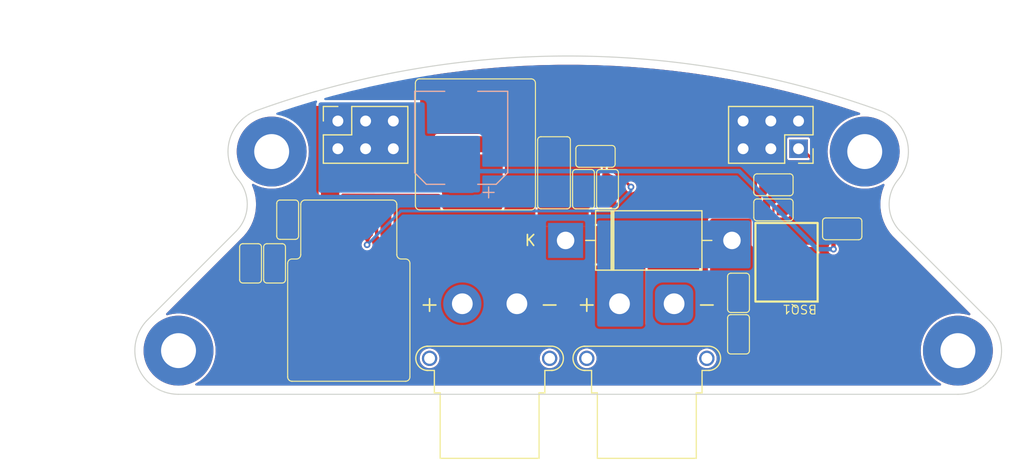
<source format=kicad_pcb>
(kicad_pcb (version 20240108) (generator "pcbnew") (generator_version "8.0")
  (layers (0 "F.Cu" signal) (31 "B.Cu" signal) (34 "B.Paste" user) (35 "F.Paste" user) (36 "B.SilkS" user "B.Silkscreen") (37 "F.SilkS" user "F.Silkscreen") (38 "B.Mask" user) (39 "F.Mask" user) (44 "Edge.Cuts" user))
  (net 0 "")
  (net 1 "+12V")
  (net 2 "GND")
  (net 3 "+48V")
  (net 4 "Net-(BC4-Pad1)")
  (net 5 "Net-(BD1-A)")
  (net 6 "Net-(BIC1-COMP)")
  (net 7 "Net-(BIC1-FDBK)")
  (net 8 "Net-(BSC2-Pad1)")
  (net 9 "Net-(BSD1-A)")
  (net 10 "Net-(BSQ1-G)")
  (net 11 "Net-(BSU1-OUTH)")
  (net 12 "Net-(BSU1-OUTL)")
  (net 13 "/Sol")
  (footprint "MountingHole:MountingHole_3.2mm_M3_Pad" (layer "F.Cu") (at 172.878175 112.87767)
    (property "Reference" "H4" (hide yes))
    (property "Value" "MountingHole")
    (pad "1" thru_hole circle (at 0 0) (size 6.4 6.4) (drill 3.2) (layers "*.Cu" "*.Mask"))
  )
  (footprint "Diode_THT:D_DO-201AD_P15.24mm_Horizontal" (layer "F.Cu") (at 136.940978 102.783123)
    (property "Reference" "BSD1" (hide yes))
    (property "Value" "1N5401")
    (fp_line (start 1.839999 0) (end 2.75 0) (stroke (width 0.12)) (layer "F.SilkS"))
    (fp_line (start 2.75 -2.72) (end 2.75 2.72) (stroke (width 0.12)) (layer "F.SilkS"))
    (fp_line (start 2.75 2.72) (end 12.49 2.72) (stroke (width 0.12)) (layer "F.SilkS"))
    (fp_line (start 4.175 -2.72) (end 4.175 2.72) (stroke (width 0.12)) (layer "F.SilkS"))
    (fp_line (start 4.295 -2.72) (end 4.295 2.72) (stroke (width 0.12)) (layer "F.SilkS"))
    (fp_line (start 4.415 -2.72) (end 4.415 2.72) (stroke (width 0.12)) (layer "F.SilkS"))
    (fp_line (start 12.49 -2.72) (end 2.75 -2.72) (stroke (width 0.12)) (layer "F.SilkS"))
    (fp_line (start 12.49 2.72) (end 12.49 -2.72) (stroke (width 0.12)) (layer "F.SilkS"))
    (fp_line (start 13.4 0) (end 12.49 0) (stroke (width 0.12)) (layer "F.SilkS"))
    (fp_text user "K" (at -3.235 0 0) (layer "F.SilkS"))
    (pad "1" thru_hole rect (at 0 0) (size 3.2 3.2) (drill 1.6) (layers "*.Cu" "*.Mask") (net 3 "+48V"))
    (pad "2" thru_hole oval (at 15.24 0) (size 3.2 3.2) (drill 1.6) (layers "*.Cu" "*.Mask") (net 9 "Net-(BSD1-A)"))
  )
  (footprint "Library:cap0603" (layer "F.Cu") (at 138.580978 98.083123 90)
    (property "Reference" "BC3" (hide yes))
    (property "Value" "0u1" (hide yes))
    (fp_line (start -1.5 -1) (end 1.5 -1) (stroke (width 0.1)) (layer "F.SilkS"))
    (fp_line (start 1.8 -0.7) (end 1.8 0.7) (stroke (width 0.1)) (layer "F.SilkS"))
    (fp_line (start -1.8 0.7) (end -1.8 -0.7) (stroke (width 0.1)) (layer "F.SilkS"))
    (fp_line (start -1.5 1) (end 1.5 1) (stroke (width 0.1)) (layer "F.SilkS"))
    (fp_arc (start 1.5 -1) (mid 1.712132 -0.912132) (end 1.8 -0.7) (stroke (width 0.1)) (layer "F.SilkS"))
    (fp_arc (start -1.8 -0.7) (mid -1.712132 -0.912132) (end -1.5 -1) (stroke (width 0.1)) (layer "F.SilkS"))
    (fp_arc (start 1.8 0.7) (mid 1.712132 0.912132) (end 1.5 1) (stroke (width 0.1)) (layer "F.SilkS"))
    (fp_arc (start -1.5 1) (mid -1.712132 0.912132) (end -1.8 0.7) (stroke (width 0.1)) (layer "F.SilkS"))
    (pad "1" smd roundrect (at -0.799999 0 90) (size 1 1) (layers "F.Cu" "F.Paste" "F.Mask") (roundrect_rratio 0.1) (net 3 "+48V"))
    (pad "2" smd roundrect (at 0.799999 0 90) (size 1 1) (layers "F.Cu" "F.Paste" "F.Mask") (roundrect_rratio 0.1) (net 2 "GND"))
  )
  (footprint "Library:res0603" (layer "F.Cu") (at 152.780978 107.583123 -90)
    (property "Reference" "BSR1" (hide yes))
    (property "Value" "20R")
    (fp_line (start -1.5 1) (end 1.5 1) (stroke (width 0.1)) (layer "F.SilkS"))
    (fp_line (start -1.8 0.7) (end -1.8 -0.7) (stroke (width 0.1)) (layer "F.SilkS"))
    (fp_line (start 1.8 -0.7) (end 1.8 0.7) (stroke (width 0.1)) (layer "F.SilkS"))
    (fp_line (start -1.5 -1) (end 1.5 -1) (stroke (width 0.1)) (layer "F.SilkS"))
    (fp_arc (start -1.5 1) (mid -1.712132 0.912132) (end -1.8 0.7) (stroke (width 0.1)) (layer "F.SilkS"))
    (fp_arc (start 1.8 0.7) (mid 1.712132 0.912132) (end 1.5 1) (stroke (width 0.1)) (layer "F.SilkS"))
    (fp_arc (start -1.8 -0.7) (mid -1.712132 -0.912132) (end -1.5 -1) (stroke (width 0.1)) (layer "F.SilkS"))
    (fp_arc (start 1.5 -1) (mid 1.712132 -0.912132) (end 1.8 -0.7) (stroke (width 0.1)) (layer "F.SilkS"))
    (pad "1" smd roundrect (at -0.799999 0 270) (size 1 1) (layers "F.Cu" "F.Paste" "F.Mask") (roundrect_rratio 0.1) (net 9 "Net-(BSD1-A)"))
    (pad "2" smd roundrect (at 0.799999 0 270) (size 1 1) (layers "F.Cu" "F.Paste" "F.Mask") (roundrect_rratio 0.1) (net 8 "Net-(BSC2-Pad1)"))
  )
  (footprint "Library:res0603" (layer "F.Cu") (at 110.280978 104.883123 -90)
    (property "Reference" "BR2" (hide yes))
    (property "Value" "2k94")
    (fp_line (start -1.5 1) (end 1.5 1) (stroke (width 0.1)) (layer "F.SilkS"))
    (fp_line (start -1.8 0.7) (end -1.8 -0.7) (stroke (width 0.1)) (layer "F.SilkS"))
    (fp_line (start 1.8 -0.7) (end 1.8 0.7) (stroke (width 0.1)) (layer "F.SilkS"))
    (fp_line (start -1.5 -1) (end 1.5 -1) (stroke (width 0.1)) (layer "F.SilkS"))
    (fp_arc (start -1.5 1) (mid -1.712132 0.912132) (end -1.8 0.7) (stroke (width 0.1)) (layer "F.SilkS"))
    (fp_arc (start 1.8 0.7) (mid 1.712132 0.912132) (end 1.5 1) (stroke (width 0.1)) (layer "F.SilkS"))
    (fp_arc (start -1.8 -0.7) (mid -1.712132 -0.912132) (end -1.5 -1) (stroke (width 0.1)) (layer "F.SilkS"))
    (fp_arc (start 1.5 -1) (mid 1.712132 -0.912132) (end 1.8 -0.7) (stroke (width 0.1)) (layer "F.SilkS"))
    (pad "1" smd roundrect (at -0.799999 0 270) (size 1 1) (layers "F.Cu" "F.Paste" "F.Mask") (roundrect_rratio 0.1) (net 6 "Net-(BIC1-COMP)"))
    (pad "2" smd roundrect (at 0.799999 0 270) (size 1 1) (layers "F.Cu" "F.Paste" "F.Mask") (roundrect_rratio 0.1) (net 4 "Net-(BC4-Pad1)"))
  )
  (footprint "Library:res0603" (layer "F.Cu") (at 162.280979 101.719793)
    (property "Reference" "BSC1" (hide yes))
    (property "Value" "0.1u")
    (fp_line (start -1.8 0.7) (end -1.8 -0.7) (stroke (width 0.1)) (layer "F.SilkS"))
    (fp_line (start -1.5 -1) (end 1.5 -1) (stroke (width 0.1)) (layer "F.SilkS"))
    (fp_line (start -1.5 1) (end 1.5 1) (stroke (width 0.1)) (layer "F.SilkS"))
    (fp_line (start 1.8 -0.7) (end 1.8 0.7) (stroke (width 0.1)) (layer "F.SilkS"))
    (fp_arc (start -1.8 -0.7) (mid -1.712132 -0.912132) (end -1.5 -1) (stroke (width 0.1)) (layer "F.SilkS"))
    (fp_arc (start -1.5 1) (mid -1.712132 0.912132) (end -1.8 0.7) (stroke (width 0.1)) (layer "F.SilkS"))
    (fp_arc (start 1.5 -1) (mid 1.712132 -0.912132) (end 1.8 -0.7) (stroke (width 0.1)) (layer "F.SilkS"))
    (fp_arc (start 1.8 0.7) (mid 1.712132 0.912132) (end 1.5 1) (stroke (width 0.1)) (layer "F.SilkS"))
    (pad "1" smd roundrect (at -0.799999 0) (size 1 1) (layers "F.Cu" "F.Paste" "F.Mask") (roundrect_rratio 0.1) (net 1 "+12V"))
    (pad "2" smd roundrect (at 0.799999 0) (size 1 1) (layers "F.Cu" "F.Paste" "F.Mask") (roundrect_rratio 0.1) (net 2 "GND"))
  )
  (footprint "Library:res0603" (layer "F.Cu") (at 155.980977 97.683123 180)
    (property "Reference" "BSR3" (hide yes))
    (property "Value" "100")
    (fp_line (start 1.8 -0.7) (end 1.8 0.7) (stroke (width 0.1)) (layer "F.SilkS"))
    (fp_line (start -1.5 1) (end 1.5 1) (stroke (width 0.1)) (layer "F.SilkS"))
    (fp_line (start -1.5 -1) (end 1.5 -1) (stroke (width 0.1)) (layer "F.SilkS"))
    (fp_line (start -1.8 0.7) (end -1.8 -0.7) (stroke (width 0.1)) (layer "F.SilkS"))
    (fp_arc (start 1.8 0.7) (mid 1.712132 0.912132) (end 1.5 1) (stroke (width 0.1)) (layer "F.SilkS"))
    (fp_arc (start 1.5 -1) (mid 1.712132 -0.912132) (end 1.8 -0.7) (stroke (width 0.1)) (layer "F.SilkS"))
    (fp_arc (start -1.5 1) (mid -1.712132 0.912132) (end -1.8 0.7) (stroke (width 0.1)) (layer "F.SilkS"))
    (fp_arc (start -1.8 -0.7) (mid -1.712132 -0.912132) (end -1.5 -1) (stroke (width 0.1)) (layer "F.SilkS"))
    (pad "1" smd roundrect (at -0.799999 0 180) (size 1 1) (layers "F.Cu" "F.Paste" "F.Mask") (roundrect_rratio 0.1) (net 12 "Net-(BSU1-OUTL)"))
    (pad "2" smd roundrect (at 0.799999 0 180) (size 1 1) (layers "F.Cu" "F.Paste" "F.Mask") (roundrect_rratio 0.1) (net 10 "Net-(BSQ1-G)"))
  )
  (footprint "Library:res0603" (layer "F.Cu") (at 139.680978 95.083123 180)
    (property "Reference" "BR3" (hide yes))
    (property "Value" "1K5")
    (fp_line (start 1.8 -0.7) (end 1.8 0.7) (stroke (width 0.1)) (layer "F.SilkS"))
    (fp_line (start -1.5 1) (end 1.5 1) (stroke (width 0.1)) (layer "F.SilkS"))
    (fp_line (start -1.5 -1) (end 1.5 -1) (stroke (width 0.1)) (layer "F.SilkS"))
    (fp_line (start -1.8 0.7) (end -1.8 -0.7) (stroke (width 0.1)) (layer "F.SilkS"))
    (fp_arc (start 1.8 0.7) (mid 1.712132 0.912132) (end 1.5 1) (stroke (width 0.1)) (layer "F.SilkS"))
    (fp_arc (start 1.5 -1) (mid 1.712132 -0.912132) (end 1.8 -0.7) (stroke (width 0.1)) (layer "F.SilkS"))
    (fp_arc (start -1.5 1) (mid -1.712132 0.912132) (end -1.8 0.7) (stroke (width 0.1)) (layer "F.SilkS"))
    (fp_arc (start -1.8 -0.7) (mid -1.712132 -0.912132) (end -1.5 -1) (stroke (width 0.1)) (layer "F.SilkS"))
    (pad "1" smd roundrect (at -0.799999 0 180) (size 1 1) (layers "F.Cu" "F.Paste" "F.Mask") (roundrect_rratio 0.1) (net 7 "Net-(BIC1-FDBK)"))
    (pad "2" smd roundrect (at 0.799999 0 180) (size 1 1) (layers "F.Cu" "F.Paste" "F.Mask") (roundrect_rratio 0.1) (net 2 "GND"))
  )
  (footprint "MountingHole:MountingHole_3.2mm_M3_Pad" (layer "F.Cu") (at 110.01714 94.641476)
    (property "Reference" "H1" (hide yes))
    (property "Value" "MountingHole" (hide yes))
    (pad "1" thru_hole circle (at 0 0) (size 6.4 6.4) (drill 3.2) (layers "*.Cu" "*.Mask"))
  )
  (footprint "Library:res0603" (layer "F.Cu") (at 140.780978 98.083123 90)
    (property "Reference" "BR1" (hide yes))
    (property "Value" "57K")
    (fp_line (start -1.5 -1) (end 1.5 -1) (stroke (width 0.1)) (layer "F.SilkS"))
    (fp_line (start 1.8 -0.7) (end 1.8 0.7) (stroke (width 0.1)) (layer "F.SilkS"))
    (fp_line (start -1.8 0.7) (end -1.8 -0.7) (stroke (width 0.1)) (layer "F.SilkS"))
    (fp_line (start -1.5 1) (end 1.5 1) (stroke (width 0.1)) (layer "F.SilkS"))
    (fp_arc (start 1.5 -1) (mid 1.712132 -0.912132) (end 1.8 -0.7) (stroke (width 0.1)) (layer "F.SilkS"))
    (fp_arc (start -1.8 -0.7) (mid -1.712132 -0.912132) (end -1.5 -1) (stroke (width 0.1)) (layer "F.SilkS"))
    (fp_arc (start 1.8 0.7) (mid 1.712132 0.912132) (end 1.5 1) (stroke (width 0.1)) (layer "F.SilkS"))
    (fp_arc (start -1.5 1) (mid -1.712132 0.912132) (end -1.8 0.7) (stroke (width 0.1)) (layer "F.SilkS"))
    (pad "1" smd roundrect (at -0.799999 0 90) (size 1 1) (layers "F.Cu" "F.Paste" "F.Mask") (roundrect_rratio 0.1) (net 3 "+48V"))
    (pad "2" smd roundrect (at 0.799999 0 90) (size 1 1) (layers "F.Cu" "F.Paste" "F.Mask") (roundrect_rratio 0.1) (net 7 "Net-(BIC1-FDBK)"))
  )
  (footprint "MountingHole:MountingHole_3.2mm_M3_Pad" (layer "F.Cu") (at 101.483781 112.87767)
    (property "Reference" "H3" (hide yes))
    (property "Value" "MountingHole")
    (pad "1" thru_hole circle (at 0 0) (size 6.4 6.4) (drill 3.2) (layers "*.Cu" "*.Mask"))
  )
  (footprint "Library:SON50P200X200X100-9N" (layer "F.Cu") (at 160.380978 98.783123 -90)
    (property "Reference" "BSU1" (hide yes))
    (property "Value" "NCP81074AMNTBG" (hide yes))
    (pad "1" smd rect (at -1 -0.75) (size 0.3 0.75) (layers "F.Cu" "F.Paste" "F.Mask") (net 13 "/Sol"))
    (pad "2" smd rect (at -1 -0.25) (size 0.3 0.75) (layers "F.Cu" "F.Paste" "F.Mask") (net 2 "GND"))
    (pad "3" smd rect (at -1 0.25) (size 0.3 0.75) (layers "F.Cu" "F.Paste" "F.Mask") (net 2 "GND"))
    (pad "4" smd rect (at -1 0.75) (size 0.3 0.75) (layers "F.Cu" "F.Paste" "F.Mask") (net 12 "Net-(BSU1-OUTL)"))
    (pad "5" smd rect (at 1 0.75) (size 0.3 0.75) (layers "F.Cu" "F.Paste" "F.Mask") (net 11 "Net-(BSU1-OUTH)"))
    (pad "6" smd rect (at 1 0.25) (size 0.3 0.75) (layers "F.Cu" "F.Paste" "F.Mask") (net 1 "+12V"))
    (pad "7" smd rect (at 1 -0.25) (size 0.3 0.75) (layers "F.Cu" "F.Paste" "F.Mask") (net 1 "+12V"))
    (pad "8" smd rect (at 1 -0.75) (size 0.3 0.75) (layers "F.Cu" "F.Paste" "F.Mask") (net 2 "GND"))
    (pad "9" smd rect (at 0 0 270) (size 0.9 1.3) (layers "F.Cu" "F.Paste" "F.Mask") (net 2 "GND"))
  )
  (footprint "Library:res0603" (layer "F.Cu") (at 155.980977 99.983123 180)
    (property "Reference" "BSR2" (hide yes))
    (property "Value" "100")
    (fp_line (start 1.8 -0.7) (end 1.8 0.7) (stroke (width 0.1)) (layer "F.SilkS"))
    (fp_line (start -1.5 1) (end 1.5 1) (stroke (width 0.1)) (layer "F.SilkS"))
    (fp_line (start -1.5 -1) (end 1.5 -1) (stroke (width 0.1)) (layer "F.SilkS"))
    (fp_line (start -1.8 0.7) (end -1.8 -0.7) (stroke (width 0.1)) (layer "F.SilkS"))
    (fp_arc (start 1.8 0.7) (mid 1.712132 0.912132) (end 1.5 1) (stroke (width 0.1)) (layer "F.SilkS"))
    (fp_arc (start 1.5 -1) (mid 1.712132 -0.912132) (end 1.8 -0.7) (stroke (width 0.1)) (layer "F.SilkS"))
    (fp_arc (start -1.5 1) (mid -1.712132 0.912132) (end -1.8 0.7) (stroke (width 0.1)) (layer "F.SilkS"))
    (fp_arc (start -1.8 -0.7) (mid -1.712132 -0.912132) (end -1.5 -1) (stroke (width 0.1)) (layer "F.SilkS"))
    (pad "1" smd roundrect (at -0.799999 0 180) (size 1 1) (layers "F.Cu" "F.Paste" "F.Mask") (roundrect_rratio 0.1) (net 11 "Net-(BSU1-OUTH)"))
    (pad "2" smd roundrect (at 0.799999 0 180) (size 1 1) (layers "F.Cu" "F.Paste" "F.Mask") (roundrect_rratio 0.1) (net 10 "Net-(BSQ1-G)"))
  )
  (footprint "Library:cap0603" (layer "F.Cu") (at 152.780978 111.383123 -90)
    (property "Reference" "BSC2" (hide yes))
    (property "Value" "1n5" (hide yes))
    (fp_line (start -1.5 1) (end 1.5 1) (stroke (width 0.1)) (layer "F.SilkS"))
    (fp_line (start -1.8 0.7) (end -1.8 -0.7) (stroke (width 0.1)) (layer "F.SilkS"))
    (fp_line (start 1.8 -0.7) (end 1.8 0.7) (stroke (width 0.1)) (layer "F.SilkS"))
    (fp_line (start -1.5 -1) (end 1.5 -1) (stroke (width 0.1)) (layer "F.SilkS"))
    (fp_arc (start -1.5 1) (mid -1.712132 0.912132) (end -1.8 0.7) (stroke (width 0.1)) (layer "F.SilkS"))
    (fp_arc (start 1.8 0.7) (mid 1.712132 0.912132) (end 1.5 1) (stroke (width 0.1)) (layer "F.SilkS"))
    (fp_arc (start -1.8 -0.7) (mid -1.712132 -0.912132) (end -1.5 -1) (stroke (width 0.1)) (layer "F.SilkS"))
    (fp_arc (start 1.5 -1) (mid 1.712132 -0.912132) (end 1.8 -0.7) (stroke (width 0.1)) (layer "F.SilkS"))
    (pad "1" smd roundrect (at -0.799999 0 270) (size 1 1) (layers "F.Cu" "F.Paste" "F.Mask") (roundrect_rratio 0.1) (net 8 "Net-(BSC2-Pad1)"))
    (pad "2" smd roundrect (at 0.799999 0 270) (size 1 1) (layers "F.Cu" "F.Paste" "F.Mask") (roundrect_rratio 0.1) (net 2 "GND"))
  )
  (footprint "Connector_PinSocket_2.54mm:PinSocket_2x03_P2.54mm_Vertical" (layer "F.Cu") (at 116.080978 91.843123 90)
    (property "Reference" "J1" (hide yes))
    (property "Value" "Conn_02x03_Counter_Clockwise")
    (fp_line (start 1.33 -1.33) (end 1.33 0) (stroke (width 0.12)) (layer "F.SilkS"))
    (fp_line (start 0 -1.33) (end 1.33 -1.33) (stroke (width 0.12)) (layer "F.SilkS"))
    (fp_line (start -1.27 -1.33) (end -1.27 1.27) (stroke (width 0.12)) (layer "F.SilkS"))
    (fp_line (start -3.87 -1.33) (end -1.27 -1.33) (stroke (width 0.12)) (layer "F.SilkS"))
    (fp_line (start -3.87 -1.33) (end -3.87 6.41) (stroke (width 0.12)) (layer "F.SilkS"))
    (fp_line (start 1.33 1.27) (end 1.33 6.41) (stroke (width 0.12)) (layer "F.SilkS"))
    (fp_line (start -1.27 1.27) (end 1.33 1.27) (stroke (width 0.12)) (layer "F.SilkS"))
    (fp_line (start -3.87 6.41) (end 1.33 6.41) (stroke (width 0.12)) (layer "F.SilkS"))
    (pad "1" thru_hole rect (at 0 0 90) (size 1.7 1.7) (drill 1) (layers "*.Cu" "*.Mask") (net 1 "+12V"))
    (pad "2" thru_hole oval (at -2.54 0 90) (size 1.7 1.7) (drill 1) (layers "*.Cu" "*.Mask") (net 1 "+12V"))
    (pad "3" thru_hole oval (at 0 2.54 90) (size 1.7 1.7) (drill 1) (layers "*.Cu" "*.Mask") (net 1 "+12V"))
    (pad "4" thru_hole oval (at -2.54 2.54 90) (size 1.7 1.7) (drill 1) (layers "*.Cu" "*.Mask") (net 1 "+12V"))
    (pad "5" thru_hole oval (at 0 5.08 90) (size 1.7 1.7) (drill 1) (layers "*.Cu" "*.Mask") (net 1 "+12V"))
    (pad "6" thru_hole oval (at -2.54 5.08 90) (size 1.7 1.7) (drill 1) (layers "*.Cu" "*.Mask") (net 1 "+12V"))
  )
  (footprint "Library:SMA (DO-214AC)" (layer "F.Cu") (at 135.880978 96.583123 90)
    (property "Reference" "BD1" (hide yes))
    (property "Value" "SS510" (hide yes))
    (fp_line (start 3 -1.5) (end -3 -1.5) (stroke (width 0.1)) (layer "F.SilkS"))
    (fp_line (start -3.3 -1.2) (end -3.3 1.2) (stroke (width 0.1)) (layer "F.SilkS"))
    (fp_line (start 3.3 1.2) (end 3.3 -1.2) (stroke (width 0.1)) (layer "F.SilkS"))
    (fp_line (start -3 1.5) (end 3 1.5) (stroke (width 0.1)) (layer "F.SilkS"))
    (fp_arc (start 3 -1.5) (mid 3.212132 -1.412132) (end 3.3 -1.2) (stroke (width 0.1)) (layer "F.SilkS"))
    (fp_arc (start -3.3 -1.2) (mid -3.212132 -1.412132) (end -3 -1.5) (stroke (width 0.1)) (layer "F.SilkS"))
    (fp_arc (start 3.3 1.2) (mid 3.212132 1.412132) (end 3 1.5) (stroke (width 0.1)) (layer "F.SilkS"))
    (fp_arc (start -3 1.5) (mid -3.212132 1.412132) (end -3.3 1.2) (stroke (width 0.1)) (layer "F.SilkS"))
    (pad "1" smd roundrect (at -2 0 180) (size 1.5 2) (layers "F.Cu" "F.Paste" "F.Mask") (roundrect_rratio 0.1) (net 3 "+48V"))
    (pad "2" smd roundrect (at 2 0 180) (size 1.5 2) (layers "F.Cu" "F.Paste" "F.Mask") (roundrect_rratio 0.1) (net 5 "Net-(BD1-A)"))
  )
  (footprint "Library:8-DFN (5x6)" (layer "F.Cu") (at 157.180978 104.783123 180)
    (property "Reference" "BSQ1" (at -1.2 -4.3 180) (layer "F.SilkS") (effects (font (size 0.8 0.8) (thickness 0.1))))
    (property "Value" "ISC011N06LM5ATMA1")
    (fp_poly (pts (xy -2.85 -3.6) (xy -2.85 3.6) (xy 2.85 3.6) (xy 2.85 -3.6)) (stroke (width 0.2)) (fill none) (layer "F.SilkS"))
    (pad "1" smd roundrect (at -1.875 2.675 270) (size 1.27 0.61) (layers "F.Cu" "F.Paste" "F.Mask") (roundrect_rratio 0.1) (net 2 "GND"))
    (pad "2" smd roundrect (at -0.605 2.675 270) (size 1.27 0.61) (layers "F.Cu" "F.Paste" "F.Mask") (roundrect_rratio 0.1) (net 2 "GND"))
    (pad "3" smd roundrect (at 0.665 2.675001 270) (size 1.27 0.61) (layers "F.Cu" "F.Paste" "F.Mask") (roundrect_rratio 0.1) (net 2 "GND"))
    (pad "4" smd roundrect (at 1.935 2.675 270) (size 1.27 0.61) (layers "F.Cu" "F.Paste" "F.Mask") (roundrect_rratio 0.1) (net 10 "Net-(BSQ1-G)"))
    (pad "5" smd roundrect (at 1.935 -3.3 90) (size 1.27 0.61) (drill (offset 0.635 0)) (layers "F.Cu" "F.Paste" "F.Mask") (roundrect_rratio 0.1) (net 9 "Net-(BSD1-A)"))
    (pad "6" smd roundrect (at 0.665 -3.299999 90) (size 1.27 0.61) (drill (offset 0.635 0)) (layers "F.Cu" "F.Paste" "F.Mask") (roundrect_rratio 0.1) (net 9 "Net-(BSD1-A)"))
    (pad "7" smd roundrect (at -0.605 -3.3 90) (size 1.27 0.61) (drill (offset 0.635 0)) (layers "F.Cu" "F.Paste" "F.Mask") (roundrect_rratio 0.1) (net 9 "Net-(BSD1-A)"))
    (pad "8" smd roundrect (at -1.875 -3.3 90) (size 1.27 0.61) (drill (offset 0.635 0)) (layers "F.Cu" "F.Paste" "F.Mask") (roundrect_rratio 0.1) (net 9 "Net-(BSD1-A)"))
    (pad "9" smd roundrect (at 0 -0.6 180) (size 3.75 3.91) (layers "F.Cu" "F.Paste" "F.Mask") (roundrect_rratio 0.05) (net 9 "Net-(BSD1-A)"))
  )
  (footprint "Library:1040 One Piece Inductor" (layer "F.Cu") (at 128.680978 93.983123 -90)
    (property "Reference" "BL1" (hide yes))
    (property "Value" "68uH" (hide yes))
    (fp_line (start 5.599999 5.499999) (end -5.599999 5.499999) (stroke (width 0.1)) (layer "F.SilkS"))
    (fp_line (start -5.999999 5.099999) (end -5.999999 -5.099999) (stroke (width 0.1)) (layer "F.SilkS"))
    (fp_line (start 5.999999 5.099999) (end 5.999999 -5.099999) (stroke (width 0.1)) (layer "F.SilkS"))
    (fp_line (start -5.599999 -5.499999) (end 5.599999 -5.499999) (stroke (width 0.1)) (layer "F.SilkS"))
    (fp_arc (start -5.599999 5.499999) (mid -5.882842 5.382842) (end -5.999999 5.099999) (stroke (width 0.1)) (layer "F.SilkS"))
    (fp_arc (start 5.999999 5.099999) (mid 5.882842 5.382842) (end 5.599999 5.499999) (stroke (width 0.1)) (layer "F.SilkS"))
    (fp_arc (start -5.999999 -5.099999) (mid -5.882843 -5.382843) (end -5.599999 -5.499999) (stroke (width 0.1)) (layer "F.SilkS"))
    (fp_arc (start 5.599999 -5.499999) (mid 5.882842 -5.382842) (end 5.999999 -5.099999) (stroke (width 0.1)) (layer "F.SilkS"))
    (pad "1" smd roundrect (at -4 0 270) (size 3 4) (layers "F.Cu" "F.Paste" "F.Mask") (roundrect_rratio 0.1) (net 1 "+12V"))
    (pad "2" smd roundrect (at 4 0 270) (size 3 4) (layers "F.Cu" "F.Paste" "F.Mask") (roundrect_rratio 0.1) (net 5 "Net-(BD1-A)"))
  )
  (footprint "Connector_PinSocket_2.54mm:PinSocket_2x03_P2.54mm_Vertical" (layer "F.Cu") (at 158.280978 94.383123 -90)
    (property "Reference" "J2" (hide yes))
    (property "Value" "Conn_02x03_Counter_Clockwise")
    (fp_line (start -3.87 6.41) (end 1.33 6.41) (stroke (width 0.12)) (layer "F.SilkS"))
    (fp_line (start -1.27 1.27) (end 1.33 1.27) (stroke (width 0.12)) (layer "F.SilkS"))
    (fp_line (start 1.33 1.27) (end 1.33 6.41) (stroke (width 0.12)) (layer "F.SilkS"))
    (fp_line (start -3.87 -1.33) (end -3.87 6.41) (stroke (width 0.12)) (layer "F.SilkS"))
    (fp_line (start -3.87 -1.33) (end -1.27 -1.33) (stroke (width 0.12)) (layer "F.SilkS"))
    (fp_line (start -1.27 -1.33) (end -1.27 1.27) (stroke (width 0.12)) (layer "F.SilkS"))
    (fp_line (start 0 -1.33) (end 1.33 -1.33) (stroke (width 0.12)) (layer "F.SilkS"))
    (fp_line (start 1.33 -1.33) (end 1.33 0) (stroke (width 0.12)) (layer "F.SilkS"))
    (pad "1" thru_hole rect (at 0 0 270) (size 1.7 1.7) (drill 1) (layers "*.Cu" "*.Mask") (net 13 "/Sol"))
    (pad "2" thru_hole oval (at -2.54 0 270) (size 1.7 1.7) (drill 1) (layers "*.Cu" "*.Mask") (net 2 "GND"))
    (pad "3" thru_hole oval (at 0 2.54 270) (size 1.7 1.7) (drill 1) (layers "*.Cu" "*.Mask") (net 2 "GND"))
    (pad "4" thru_hole oval (at -2.54 2.54 270) (size 1.7 1.7) (drill 1) (layers "*.Cu" "*.Mask") (net 2 "GND"))
    (pad "5" thru_hole oval (at 0 5.08 270) (size 1.7 1.7) (drill 1) (layers "*.Cu" "*.Mask") (net 2 "GND"))
    (pad "6" thru_hole oval (at -2.54 5.08 270) (size 1.7 1.7) (drill 1) (layers "*.Cu" "*.Mask") (net 2 "GND"))
  )
  (footprint "Library:cap0603" (layer "F.Cu") (at 108.080978 104.883123 90)
    (property "Reference" "BC4" (hide yes))
    (property "Value" "1u" (hide yes))
    (fp_line (start -1.5 -1) (end 1.5 -1) (stroke (width 0.1)) (layer "F.SilkS"))
    (fp_line (start 1.8 -0.7) (end 1.8 0.7) (stroke (width 0.1)) (layer "F.SilkS"))
    (fp_line (start -1.8 0.7) (end -1.8 -0.7) (stroke (width 0.1)) (layer "F.SilkS"))
    (fp_line (start -1.5 1) (end 1.5 1) (stroke (width 0.1)) (layer "F.SilkS"))
    (fp_arc (start 1.5 -1) (mid 1.712132 -0.912132) (end 1.8 -0.7) (stroke (width 0.1)) (layer "F.SilkS"))
    (fp_arc (start -1.8 -0.7) (mid -1.712132 -0.912132) (end -1.5 -1) (stroke (width 0.1)) (layer "F.SilkS"))
    (fp_arc (start 1.8 0.7) (mid 1.712132 0.912132) (end 1.5 1) (stroke (width 0.1)) (layer "F.SilkS"))
    (fp_arc (start -1.5 1) (mid -1.712132 0.912132) (end -1.8 0.7) (stroke (width 0.1)) (layer "F.SilkS"))
    (pad "1" smd roundrect (at -0.799999 0 90) (size 1 1) (layers "F.Cu" "F.Paste" "F.Mask") (roundrect_rratio 0.1) (net 4 "Net-(BC4-Pad1)"))
    (pad "2" smd roundrect (at 0.799999 0 90) (size 1 1) (layers "F.Cu" "F.Paste" "F.Mask") (roundrect_rratio 0.1) (net 2 "GND"))
  )
  (footprint "Library:AMASS_XT30PW-F_1x02_P2.50mm_Horizontal" (layer "F.Cu") (at 132.480978 108.583123 180)
    (property "Reference" "BJ1" (hide yes))
    (property "Value" "XT30")
    (fp_line (start 7.56 -6.11) (end 8.26 -6.11) (stroke (width 0.12)) (layer "F.SilkS"))
    (fp_line (start 7.56 -8.16) (end 7.56 -6.11) (stroke (width 0.12)) (layer "F.SilkS"))
    (fp_line (start 7.03 -8.16) (end 7.56 -8.16) (stroke (width 0.12)) (layer "F.SilkS"))
    (fp_line (start 7.03 -14.16) (end 7.03 -8.16) (stroke (width 0.12)) (layer "F.SilkS"))
    (fp_line (start -2.03 -14.16) (end 7 -14.16) (stroke (width 0.12)) (layer "F.SilkS"))
    (fp_line (start -2.03 -14.16) (end -2.03 -8.16) (stroke (width 0.12)) (layer "F.SilkS"))
    (fp_line (start -2.56 -8.16) (end -2.03 -8.16) (stroke (width 0.12)) (layer "F.SilkS"))
    (fp_line (start -2.56 -8.16) (end -2.56 -6.11) (stroke (width 0.12)) (layer "F.SilkS"))
    (fp_line (start -3.26 -3.89) (end 8.26 -3.89) (stroke (width 0.12)) (layer "F.SilkS"))
    (fp_line (start -3.26 -6.11) (end -2.56 -6.11) (stroke (width 0.12)) (layer "F.SilkS"))
    (fp_arc (start 8.15 -6.11) (mid 9.26 -5) (end 8.15 -3.89) (stroke (width 0.12)) (layer "F.SilkS"))
    (fp_arc (start -3.321729 -3.903365) (mid -4.256653 -5.086124) (end -3.15 -6.11) (stroke (width 0.12)) (layer "F.SilkS"))
    (fp_text user "-" (at -3 0 0) (layer "F.SilkS") (effects (font (size 1.5 1.5))))
    (fp_text user "+" (at 8 0 0) (layer "F.SilkS") (effects (font (size 1.5 1.5))))
    (pad "" thru_hole circle (at -3 -5 270) (size 1.4 1.4) (drill 1) (layers "*.Cu" "*.Mask"))
    (pad "" thru_hole circle (at 8 -5 180) (size 1.4 1.4) (drill 1) (layers "*.Cu" "*.Mask"))
    (pad "1" thru_hole roundrect (at 0 0 180) (size 3.5 3.5) (drill 1.9) (layers "*.Cu" "*.Mask") (roundrect_rratio 0.22) (net 2 "GND"))
    (pad "2" thru_hole circle (at 5 0 180) (size 3.5 3.5) (drill 1.9) (layers "*.Cu" "*.Mask") (net 3 "+48V"))
  )
  (footprint "Library:cap0603" (layer "F.Cu") (at 111.480978 100.883123 -90)
    (property "Reference" "BC1" (hide yes))
    (property "Value" "0u1" (hide yes))
    (fp_line (start -1.5 1) (end 1.5 1) (stroke (width 0.1)) (layer "F.SilkS"))
    (fp_line (start -1.8 0.7) (end -1.8 -0.7) (stroke (width 0.1)) (layer "F.SilkS"))
    (fp_line (start 1.8 -0.7) (end 1.8 0.7) (stroke (width 0.1)) (layer "F.SilkS"))
    (fp_line (start -1.5 -1) (end 1.5 -1) (stroke (width 0.1)) (layer "F.SilkS"))
    (fp_arc (start -1.5 1) (mid -1.712132 0.912132) (end -1.8 0.7) (stroke (width 0.1)) (layer "F.SilkS"))
    (fp_arc (start 1.8 0.7) (mid 1.712132 0.912132) (end 1.5 1) (stroke (width 0.1)) (layer "F.SilkS"))
    (fp_arc (start -1.8 -0.7) (mid -1.712132 -0.912132) (end -1.5 -1) (stroke (width 0.1)) (layer "F.SilkS"))
    (fp_arc (start 1.5 -1) (mid 1.712132 -0.912132) (end 1.8 -0.7) (stroke (width 0.1)) (layer "F.SilkS"))
    (pad "1" smd roundrect (at -0.799999 0 270) (size 1 1) (layers "F.Cu" "F.Paste" "F.Mask") (roundrect_rratio 0.1) (net 1 "+12V"))
    (pad "2" smd roundrect (at 0.799999 0 270) (size 1 1) (layers "F.Cu" "F.Paste" "F.Mask") (roundrect_rratio 0.1) (net 2 "GND"))
  )
  (footprint "Library:AMASS_XT30PW-F_1x02_P2.50mm_Horizontal" (layer "F.Cu") (at 146.880978 108.583123 180)
    (property "Reference" "BSJ1" (hide yes))
    (property "Value" "XT30")
    (fp_line (start 7.56 -6.11) (end 8.26 -6.11) (stroke (width 0.12)) (layer "F.SilkS"))
    (fp_line (start 7.56 -8.16) (end 7.56 -6.11) (stroke (width 0.12)) (layer "F.SilkS"))
    (fp_line (start 7.03 -8.16) (end 7.56 -8.16) (stroke (width 0.12)) (layer "F.SilkS"))
    (fp_line (start 7.03 -14.16) (end 7.03 -8.16) (stroke (width 0.12)) (layer "F.SilkS"))
    (fp_line (start -2.03 -14.16) (end 7 -14.16) (stroke (width 0.12)) (layer "F.SilkS"))
    (fp_line (start -2.03 -14.16) (end -2.03 -8.16) (stroke (width 0.12)) (layer "F.SilkS"))
    (fp_line (start -2.56 -8.16) (end -2.03 -8.16) (stroke (width 0.12)) (layer "F.SilkS"))
    (fp_line (start -2.56 -8.16) (end -2.56 -6.11) (stroke (width 0.12)) (layer "F.SilkS"))
    (fp_line (start -3.26 -3.89) (end 8.26 -3.89) (stroke (width 0.12)) (layer "F.SilkS"))
    (fp_line (start -3.26 -6.11) (end -2.56 -6.11) (stroke (width 0.12)) (layer "F.SilkS"))
    (fp_arc (start 8.15 -6.11) (mid 9.26 -5) (end 8.15 -3.89) (stroke (width 0.12)) (layer "F.SilkS"))
    (fp_arc (start -3.321729 -3.903365) (mid -4.256653 -5.086124) (end -3.15 -6.11) (stroke (width 0.12)) (layer "F.SilkS"))
    (fp_text user "+" (at 8 0 0) (layer "F.SilkS") (effects (font (size 1.5 1.5))))
    (fp_text user "-" (at -3 0 0) (layer "F.SilkS") (effects (font (size 1.5 1.5))))
    (pad "" thru_hole circle (at -3 -5 270) (size 1.4 1.4) (drill 1) (layers "*.Cu" "*.Mask"))
    (pad "" thru_hole circle (at 8 -5 180) (size 1.4 1.4) (drill 1) (layers "*.Cu" "*.Mask"))
    (pad "1" thru_hole roundrect (at 0 0 180) (size 3.5 3.5) (drill 1.9) (layers "*.Cu" "*.Mask") (roundrect_rratio 0.22) (net 3 "+48V"))
    (pad "2" thru_hole circle (at 5 0 180) (size 3.5 3.5) (drill 1.9) (layers "*.Cu" "*.Mask") (net 9 "Net-(BSD1-A)"))
  )
  (footprint "MountingHole:MountingHole_3.2mm_M3_Pad" (layer "F.Cu") (at 164.344816 94.641476)
    (property "Reference" "H2" (hide yes))
    (property "Value" "MountingHole")
    (pad "1" thru_hole circle (at 0 0) (size 6.4 6.4) (drill 3.2) (layers "*.Cu" "*.Mask"))
  )
  (footprint "Library:TO170P1435X465-6N" (layer "F.Cu") (at 117.080978 104.083123 -90)
    (property "Reference" "BIC1" (hide yes))
    (property "Value" "LM2587S-ADJ" (hide yes))
    (fp_line (start 11.199999 5.599999) (end 0.799999 5.6) (stroke (width 0.1)) (layer "F.SilkS"))
    (fp_line (start 0.399998 4.800002) (end 0.4 5.2) (stroke (width 0.1)) (layer "F.SilkS"))
    (fp_line (start -4.599999 4.4) (end -0.000002 4.400002) (stroke (width 0.1)) (layer "F.SilkS"))
    (fp_line (start -4.999999 -3.999999) (end -4.999999 3.999999) (stroke (width 0.1)) (layer "F.SilkS"))
    (fp_line (start -0.000002 -4.400001) (end -4.599999 -4.4) (stroke (width 0.1)) (layer "F.SilkS"))
    (fp_line (start 0.399998 -4.800001) (end 0.4 -5.199999) (stroke (width 0.1)) (layer "F.SilkS"))
    (fp_line (start 11.599999 -5.2) (end 11.599999 5.2) (stroke (width 0.1)) (layer "F.SilkS"))
    (fp_line (start 0.8 -5.599999) (end 11.199999 -5.599999) (stroke (width 0.1)) (layer "F.SilkS"))
    (fp_arc (start 0.799999 5.6) (mid 0.517157 5.482842) (end 0.4 5.2) (stroke (width 0.1)) (layer "F.SilkS"))
    (fp_arc (start 11.599999 5.2) (mid 11.482842 5.482842) (end 11.199999 5.599999) (stroke (width 0.1)) (layer "F.SilkS"))
    (fp_arc (start -0.000002 4.400002) (mid 0.282841 4.517159) (end 0.399998 4.800002) (stroke (width 0.1)) (layer "F.SilkS"))
    (fp_arc (start -4.599999 4.4) (mid -4.882843 4.282843) (end -4.999999 3.999999) (stroke (width 0.1)) (layer "F.SilkS"))
    (fp_arc (start -4.999999 -3.999999) (mid -4.882842 -4.282842) (end -4.599999 -4.4) (stroke (width 0.1)) (layer "F.SilkS"))
    (fp_arc (start 0.399998 -4.800001) (mid 0.282841 -4.517158) (end -0.000002 -4.400001) (stroke (width 0.1)) (layer "F.SilkS"))
    (fp_arc (start 0.4 -5.199999) (mid 0.517157 -5.482842) (end 0.8 -5.599999) (stroke (width 0.1)) (layer "F.SilkS"))
    (fp_arc (start 11.199999 -5.599999) (mid 11.482842 -5.482842) (end 11.599999 -5.2) (stroke (width 0.1)) (layer "F.SilkS"))
    (pad "1" smd roundrect (at -3.1 -3.4) (size 1 2.8) (layers "F.Cu" "F.Paste" "F.Mask") (roundrect_rratio 0.1) (net 6 "Net-(BIC1-COMP)"))
    (pad "2" smd roundrect (at -3.1 -1.700001) (size 1 2.8) (layers "F.Cu" "F.Paste" "F.Mask") (roundrect_rratio 0.1) (net 7 "Net-(BIC1-FDBK)"))
    (pad "3" smd roundrect (at -3.1 0) (size 1 2.8) (layers "F.Cu" "F.Paste" "F.Mask") (roundrect_rratio 0.1) (net 2 "GND"))
    (pad "4" smd roundrect (at -3.1 1.712499) (size 1 2.8) (layers "F.Cu" "F.Paste" "F.Mask") (roundrect_rratio 0.1) (net 5 "Net-(BD1-A)"))
    (pad "5" smd roundrect (at -3.1 3.4) (size 1 2.8) (layers "F.Cu" "F.Paste" "F.Mask") (roundrect_rratio 0.1) (net 1 "+12V"))
    (pad "6" smd roundrect (at 6.5 0) (size 10.2 9.2) (layers "F.Cu" "F.Paste" "F.Mask") (roundrect_rratio 0.05) (net 2 "GND"))
  )
  (footprint "Capacitor_SMD:CP_Elec_8x6.5" (layer "B.Cu") (at 127.380978 93.383123 90)
    (property "Reference" "BC2" (hide yes))
    (property "Value" "100u")
    (fp_line (start 4.26 -4.26) (end -3.195563 -4.26) (stroke (width 0.12)) (layer "B.SilkS"))
    (fp_line (start -3.195563 -4.26) (end -4.26 -3.195563) (stroke (width 0.12)) (layer "B.SilkS"))
    (fp_line (start 4.26 -1.51) (end 4.26 -4.26) (stroke (width 0.12)) (layer "B.SilkS"))
    (fp_line (start -4.26 -1.51) (end -4.26 -3.195563) (stroke (width 0.12)) (layer "B.SilkS"))
    (fp_line (start 4.26 1.51) (end 4.26 4.26) (stroke (width 0.12)) (layer "B.SilkS"))
    (fp_line (start -4.26 1.51) (end -4.26 3.195563) (stroke (width 0.12)) (layer "B.SilkS"))
    (fp_line (start -5 2.010001) (end -4.999999 3.01) (stroke (width 0.12)) (layer "B.SilkS"))
    (fp_line (start -4.5 2.510001) (end -5.5 2.51) (stroke (width 0.12)) (layer "B.SilkS"))
    (fp_line (start 4.26 4.26) (end -3.195563 4.26) (stroke (width 0.12)) (layer "B.SilkS"))
    (fp_line (start -3.195563 4.26) (end -4.26 3.195563) (stroke (width 0.12)) (layer "B.SilkS"))
    (pad "1" smd roundrect (at -3.05 0 90) (size 4 2.5) (layers "B.Cu" "B.Paste" "B.Mask") (roundrect_rratio 0.1) (net 1 "+12V"))
    (pad "2" smd roundrect (at 3.05 0 90) (size 4 2.5) (layers "B.Cu" "B.Paste" "B.Mask") (roundrect_rratio 0.1) (net 2 "GND"))
  )
  (gr_arc (start 101.483781 116.87767) (mid 97.788264 114.408406) (end 98.655354 110.049243) (stroke (width 0.1)) (layer "Edge.Cuts"))
  (gr_arc (start 108.658948 90.879121) (mid 137.180978 85.888575) (end 165.703009 90.879121) (stroke (width 0.1)) (layer "Edge.Cuts"))
  (gr_line (start 175.706602 110.049243) (end 167.605839 101.94848) (stroke (width 0.1)) (layer "Edge.Cuts"))
  (gr_circle (center 172.878175 112.87767) (end 172.878175 112.86767) (stroke (width 0.0001)) (fill solid) (layer "Edge.Cuts"))
  (gr_arc (start 165.703009 90.879121) (mid 168.208146 93.604899) (end 167.403961 97.218612) (stroke (width 0.1)) (layer "Edge.Cuts"))
  (gr_circle (center 164.344816 94.641476) (end 164.344816 94.631477) (stroke (width 0.0001)) (fill solid) (layer "Edge.Cuts"))
  (gr_arc (start 106.957996 97.218612) (mid 107.778047 99.622847) (end 106.756117 101.94848) (stroke (width 0.1)) (layer "Edge.Cuts"))
  (gr_line (start 101.483781 116.87767) (end 172.878175 116.87767) (stroke (width 0.1)) (layer "Edge.Cuts"))
  (gr_circle (center 101.483781 112.87767) (end 101.483781 112.86767) (stroke (width 0.0001)) (fill solid) (layer "Edge.Cuts"))
  (gr_circle (center 110.01714 94.641476) (end 110.01714 94.631476) (stroke (width 0.0001)) (fill solid) (layer "Edge.Cuts"))
  (gr_arc (start 175.706602 110.049243) (mid 176.573698 114.408408) (end 172.878175 116.87767) (stroke (width 0.1)) (layer "Edge.Cuts"))
  (gr_arc (start 106.957996 97.218612) (mid 106.153786 93.604897) (end 108.658948 90.879121) (stroke (width 0.1)) (layer "Edge.Cuts"))
  (gr_arc (start 167.605839 101.94848) (mid 166.583865 99.622849) (end 167.403961 97.218612) (stroke (width 0.1)) (layer "Edge.Cuts"))
  (gr_line (start 106.756117 101.94848) (end 98.655354 110.049243) (stroke (width 0.1)) (layer "Edge.Cuts"))
  (segment (start 160.630978 99.783123) (end 160.630978 100.869791) (width 0.254) (layer "F.Cu") (net 1))
  (segment (start 160.630978 100.869791) (end 161.48098 101.719793) (width 0.254) (layer "F.Cu") (net 1))
  (segment (start 161.480978 103.583123) (end 161.48098 103.583121) (width 0.254) (layer "F.Cu") (net 1))
  (segment (start 160.630978 99.783123) (end 160.130978 99.783123) (width 0.254) (layer "F.Cu") (net 1))
  (segment (start 161.48098 103.583121) (end 161.48098 101.719793) (width 0.4) (layer "F.Cu") (net 1))
  (via (at 161.480978 103.583123) (size 0.6) (drill 0.3) (layers "F.Cu" "B.Cu") (net 1))
  (segment (start 152.830978 96.433123) (end 127.380978 96.433123) (width 0.4) (layer "B.Cu") (net 1))
  (segment (start 161.480978 103.583123) (end 159.980978 103.583123) (width 0.4) (layer "B.Cu") (net 1))
  (segment (start 159.980978 103.583123) (end 152.830978 96.433123) (width 0.4) (layer "B.Cu") (net 1))
  (segment (start 110.280978 105.683122) (end 108.080978 105.683122) (width 0.254) (layer "F.Cu") (net 4))
  (segment (start 120.480978 100.983123) (end 120.480978 103.458123) (width 0.254) (layer "F.Cu") (net 6))
  (segment (start 119.855977 104.083124) (end 110.280978 104.083124) (width 0.254) (layer "F.Cu") (net 6))
  (segment (start 120.480978 103.458123) (end 119.855977 104.083124) (width 0.254) (layer "F.Cu") (net 6))
  (segment (start 142.330979 97.283124) (end 140.780978 97.283124) (width 0.254) (layer "F.Cu") (net 7))
  (segment (start 142.930978 97.883123) (end 142.330979 97.283124) (width 0.254) (layer "F.Cu") (net 7))
  (segment (start 140.480977 95.083123) (end 140.480977 96.983123) (width 0.254) (layer "F.Cu") (net 7))
  (segment (start 118.780979 103.158122) (end 118.755978 103.183123) (width 0.2) (layer "F.Cu") (net 7))
  (segment (start 118.755978 103.183123) (end 118.780978 103.158123) (width 0.2) (layer "F.Cu") (net 7))
  (segment (start 118.780979 100.983123) (end 118.780979 103.158122) (width 0.254) (layer "F.Cu") (net 7))
  (segment (start 118.780978 103.158123) (end 118.780978 103.108123) (width 0.2) (layer "F.Cu") (net 7))
  (segment (start 140.480977 96.983123) (end 140.780978 97.283124) (width 0.254) (layer "F.Cu") (net 7))
  (via (at 118.755978 103.183123) (size 0.6) (drill 0.3) (layers "F.Cu" "B.Cu") (net 7))
  (via (at 142.930978 97.883123) (size 0.6) (drill 0.3) (layers "F.Cu" "B.Cu") (net 7))
  (segment (start 142.930978 98.233123) (end 141.080978 100.083123) (width 0.254) (layer "B.Cu") (net 7))
  (segment (start 141.080978 100.083123) (end 121.855978 100.083123) (width 0.254) (layer "B.Cu") (net 7))
  (segment (start 121.855978 100.083123) (end 118.755978 103.183123) (width 0.254) (layer "B.Cu") (net 7))
  (segment (start 142.930978 97.883123) (end 142.930978 98.233123) (width 0.254) (layer "B.Cu") (net 7))
  (segment (start 152.780978 108.383122) (end 152.780978 110.583124) (width 1) (layer "F.Cu") (net 8))
  (segment (start 155.180978 97.683123) (end 155.180978 99.983123) (width 0.2) (layer "F.Cu") (net 10))
  (segment (start 155.180978 99.983123) (end 155.180978 102.043123) (width 0.2) (layer "F.Cu") (net 10))
  (segment (start 155.180978 102.043123) (end 155.245978 102.108123) (width 0.2) (layer "F.Cu") (net 10))
  (segment (start 159.630978 99.783123) (end 156.980976 99.783123) (width 0.2) (layer "F.Cu") (net 11))
  (segment (start 156.980976 99.783123) (end 156.780976 99.983123) (width 0.2) (layer "F.Cu") (net 11))
  (segment (start 156.880976 97.783123) (end 156.780976 97.683123) (width 0.2) (layer "F.Cu") (net 12))
  (segment (start 159.630978 97.783123) (end 156.880976 97.783123) (width 0.254) (layer "F.Cu") (net 12))
  (segment (start 161.130978 96.933123) (end 161.130978 97.783123) (width 0.254) (layer "F.Cu") (net 13))
  (segment (start 158.580978 94.383123) (end 161.130978 96.933123) (width 0.254) (layer "F.Cu") (net 13))
  (segment (start 158.280978 94.383123) (end 158.580978 94.383123) (width 0.2) (layer "F.Cu") (net 13))
  (zone (net 1) (net_name "+12V") (layer "F.Cu") (priority 2) (connect_pads yes (clearance 0.2)) (min_thickness 0.25) (fill yes (thermal_gap 0.5) (thermal_bridge_width 0.5) (smoothing fillet) (radius 0.2))
    (polygon (pts (xy 132.693478 88.008159) (xy 132.693478 93.033159) (xy 124.968478 93.033159) (xy 124.968478 96.483159) (xy 114.518478 96.483159) (xy 114.518478 102.808159) (xy 112.943478 102.808159) (xy 112.943478 100.908159) (xy 110.793478 100.908159) (xy 110.793478 98.958159) (xy 112.718478 98.958159) (xy 112.743478 90.458159) (xy 123.618478 90.433159) (xy 123.618478 88.033159)))
  )
  (zone (net 9) (net_name "Net-(BSD1-A)") (layer "F.Cu") (priority 6) (connect_pads yes (clearance 0.2)) (min_thickness 0.25) (fill yes (thermal_gap 0.2) (thermal_bridge_width 5) (smoothing fillet) (radius 0.2))
    (polygon (pts (xy 153.980978 100.783123) (xy 153.980978 103.383123) (xy 159.980978 103.383123) (xy 159.980978 108.383123) (xy 154.380978 108.383123) (xy 154.380978 107.583123) (xy 150.180978 107.583123) (xy 150.180978 100.783123)))
  )
  (zone (net 5) (net_name "Net-(BD1-A)") (layer "F.Cu") (priority 99) (connect_pads yes (clearance 0.2)) (min_thickness 0.2) (fill yes (thermal_gap 0.5) (thermal_bridge_width 0.5) (smoothing fillet) (radius 0.2) (island_removal_mode 1) (island_area_min 10))
    (polygon (pts (xy 114.518478 102.808159) (xy 116.230978 102.808123) (xy 116.205978 98.283123) (xy 125.630978 98.308123) (xy 125.655978 99.958123) (xy 131.155978 99.958123) (xy 131.180978 95.658123) (xy 136.855978 95.683123) (xy 136.830978 93.183123) (xy 133.980978 93.158123) (xy 133.980978 94.908123) (xy 126.105978 94.908123) (xy 126.105978 96.683123) (xy 114.530978 96.683123)))
  )
  (zone (net 3) (net_name "+48V") (layer "F.Cu") (priority 4) (connect_pads yes (clearance 0.2)) (min_thickness 0.2) (fill yes (thermal_gap 0.5) (thermal_bridge_width 0.5) (smoothing fillet) (radius 0.2))
    (polygon (pts (xy 134.380978 97.333123) (xy 137.355978 97.333123) (xy 137.355978 98.058123) (xy 141.605978 98.058123) (xy 141.605978 99.758123) (xy 139.055978 99.758123) (xy 139.055978 104.883123) (xy 134.380978 104.883123)))
  )
  (zone (net 3) (net_name "+48V") (layer "F.Cu") (priority 5) (connect_pads yes (clearance 0.2)) (min_thickness 0.2) (fill yes (thermal_gap 0.5) (thermal_bridge_width 0.5) (smoothing fillet) (radius 0.2))
    (polygon (pts (xy 129.705978 110.508123) (xy 129.680978 105.833123) (xy 129.705978 104.883123) (xy 144.455978 104.883123) (xy 144.455978 110.658123) (xy 149.130978 110.683123) (xy 149.205978 101.458123) (xy 125.555978 101.483123) (xy 125.480978 110.558123) (xy 129.705978 110.533123)))
  )
  (zone (net 2) (net_name "GND") (layers "F&B.Cu") (connect_pads yes (clearance 0.2)) (min_thickness 0.2) (fill yes (thermal_gap 0.5) (thermal_bridge_width 0.5))
    (polygon (pts (xy 86.555978 80.758123) (xy 178.830978 80.808123) (xy 178.955978 122.858123) (xy 85.980978 122.883123) (xy 85.130978 80.758123)))
  )
  (zone (net 1) (net_name "+12V") (layer "B.Cu") (priority 1) (connect_pads yes (clearance 0.2)) (min_thickness 0.25) (fill yes (thermal_gap 0.5) (thermal_bridge_width 0.5) (smoothing fillet) (radius 0.2))
    (polygon (pts (xy 114.305978 90.133123) (xy 124.030978 90.133123) (xy 124.055978 93.208123) (xy 129.105978 93.208123) (xy 129.105978 98.383123) (xy 114.305978 98.408123)))
  )
  (zone (net 9) (net_name "Net-(BSD1-A)") (layer "B.Cu") (priority 7) (connect_pads yes (clearance 0.2)) (min_thickness 0.2) (fill yes (thermal_gap 0.5) (thermal_bridge_width 0.5) (smoothing fillet) (radius 0.2))
    (polygon (pts (xy 144.055978 110.683123) (xy 144.055978 105.308123) (xy 153.880978 105.333123) (xy 153.880978 100.958123) (xy 139.830978 100.958123) (xy 139.830978 110.683123)))
  )
)
</source>
